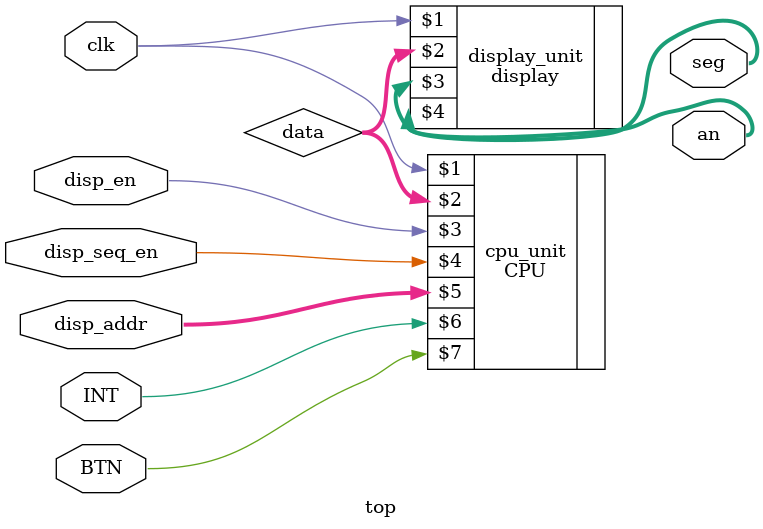
<source format=v>
`timescale 1ns / 1ps
module top(
	input clk,
	input disp_en,
	input disp_seq_en,
	input [4:0]disp_addr,
	input INT,
	input BTN,
	output [7:0]seg,
	output [3:0]an);
	
wire [15:0]data;


reg [26:0]count=0;
always@(posedge clk)
	count<=count+1;
//CPU cpu_unit(count[25],data,disp_en,disp_addr);


CPU cpu_unit(clk,data,disp_en,disp_seq_en,disp_addr,INT,BTN);
display display_unit(clk,data,seg,an);

endmodule

</source>
